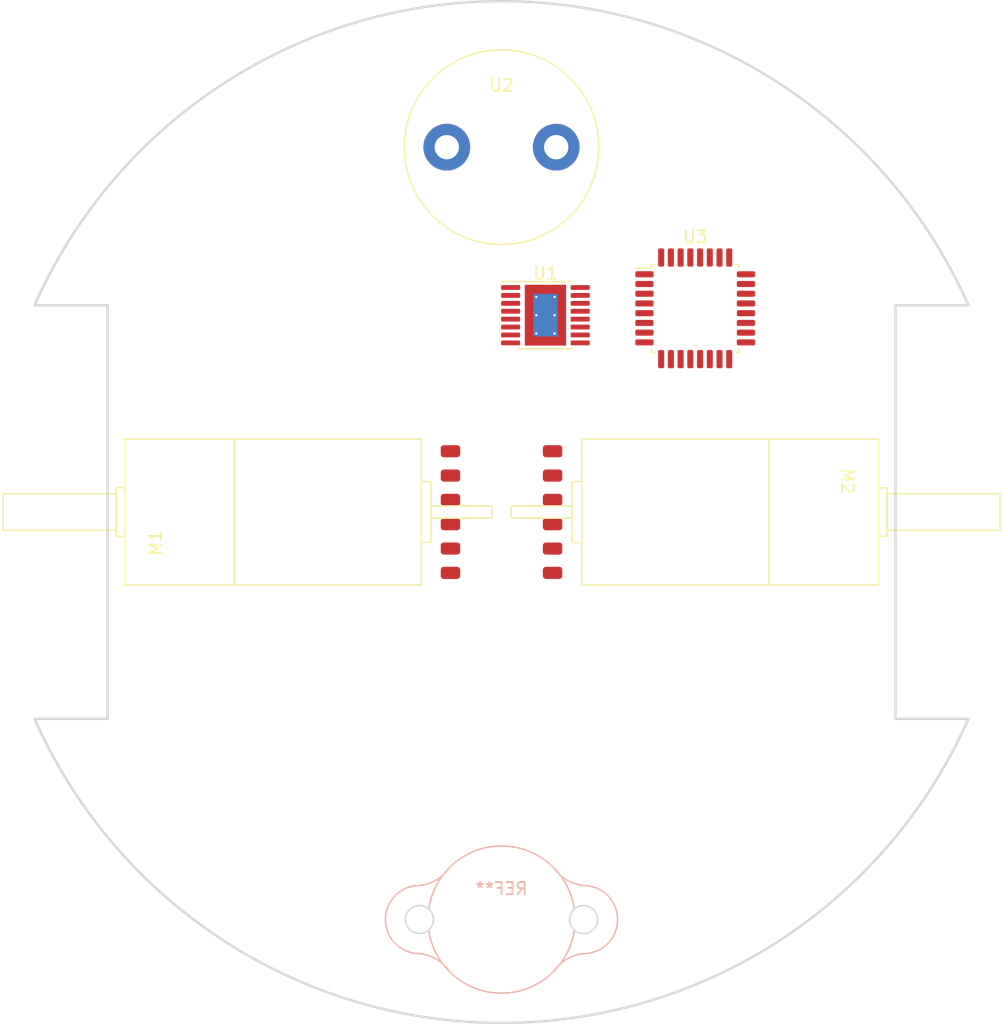
<source format=kicad_pcb>
(kicad_pcb (version 20221018) (generator pcbnew)
  (layers (0 "F.Cu" signal) (31 "B.Cu" signal) (34 "B.Paste" user) (35 "F.Paste" user) (36 "B.SilkS" user "B.Silkscreen") (37 "F.SilkS" user "F.Silkscreen") (38 "B.Mask" user) (39 "F.Mask" user) (44 "Edge.Cuts" user))
  (net 0 "")
  (net 1 "GND")
  (net 2 "M1_B")
  (net 3 "VCC")
  (net 4 "M1_A")
  (net 5 "Net-(M1-M2)")
  (net 6 "Net-(M1-M1)")
  (net 7 "M2_B")
  (net 8 "M2_A")
  (net 9 "Net-(M2-M2)")
  (net 10 "Net-(M2-M1)")
  (net 12 "Net-(U1-AISEN)")
  (net 13 "Net-(U1-BISEN)")
  (net 15 "Net-(U1-BIN1)")
  (net 16 "Net-(U1-BIN2)")
  (net 17 "Net-(U1-VCP)")
  (net 18 "Net-(U1-AIN2)")
  (net 19 "Net-(U1-AIN1)")
  (net 20 "Net-(U2-SIG)")
  (footprint "pololu:ULTRASOUND_T_R" (layer "F.Cu") (at 60.000011 30)
    (fp_text reference "U2" (at 0 -5.08 unlocked) (layer "F.SilkS"))
    (fp_text value "ULTRASOUND_T_R")
    (fp_circle (center 0 0) (end 8 0) (stroke (width 0.12)) (fill none) (layer "F.SilkS"))
    (pad "1" thru_hole circle (at 4.5 0) (size 3.84 3.84) (drill 2) (layers "*.Cu" "*.Mask") (net 1 "GND"))
    (pad "2" thru_hole circle (at -4.5 0) (size 3.84 3.84) (drill 2) (layers "*.Cu" "*.Mask") (net 20 "Net-(U2-SIG)"))
  )
  (footprint "pololu:N20_EXTENDED_SHAFT" (layer "F.Cu") (at 19 60 90)
    (fp_text reference "M1" (at -2.54 12.54 90 unlocked) (layer "F.SilkS"))
    (fp_text value "N20_MOTOR_EXTENDED_SHAFT")
    (fp_rect (start -6 10) (end 6 19) (stroke (width 0.12)) (fill none) (layer "F.SilkS"))
    (fp_rect (start -6 19) (end 6 34.4) (stroke (width 0.12)) (fill none) (layer "F.SilkS"))
    (fp_rect (start -2.5 34.4) (end 2.5 35.2) (stroke (width 0.12)) (fill none) (layer "F.SilkS"))
    (fp_rect (start -2 10) (end 2 9.3) (stroke (width 0.12)) (fill none) (layer "F.SilkS"))
    (fp_rect (start -1.5 9.3) (end 1.5 0) (stroke (width 0.12)) (fill none) (layer "F.SilkS"))
    (fp_rect (start -0.5 35.2) (end 0.5 40.2) (stroke (width 0.12)) (fill none) (layer "F.SilkS"))
    (pad "1" smd roundrect (at -5 36.8 90) (size 1 1.6) (layers "F.Cu" "F.Paste" "F.Mask") (net 1 "GND"))
    (pad "2" smd roundrect (at -3 36.8 90) (size 1 1.6) (layers "F.Cu" "F.Paste" "F.Mask") (net 2 "M1_B"))
    (pad "3" smd roundrect (at -1 36.8 90) (size 1 1.6) (layers "F.Cu" "F.Paste" "F.Mask") (net 4 "M1_A"))
    (pad "4" smd roundrect (at 1 36.8 90) (size 1 1.6) (layers "F.Cu" "F.Paste" "F.Mask") (net 3 "VCC"))
    (pad "5" smd roundrect (at 3 36.8 90) (size 1 1.6) (layers "F.Cu" "F.Paste" "F.Mask") (net 5 "Net-(M1-M2)"))
    (pad "6" smd roundrect (at 5 36.8 90) (size 1 1.6) (layers "F.Cu" "F.Paste" "F.Mask") (net 6 "Net-(M1-M1)"))
  )
  (footprint "Package_SO:HTSSOP-16-1EP_4.4x5mm_P0.65mm_EP3.4x5mm_Mask2.46x2.31mm_ThermalVias" (layer "F.Cu") (at 63.615 43.815)
    (fp_text reference "U1" (at 0 -3.45) (layer "F.SilkS"))
    (fp_text value "DRV8833PWP")
    (fp_line (start 0 -2.76) (end -3.65 -2.76) (stroke (width 0.12)) (layer "F.SilkS"))
    (fp_line (start 0 -2.76) (end 2.2 -2.76) (stroke (width 0.12)) (layer "F.SilkS"))
    (fp_line (start 0 2.76) (end -2.2 2.76) (stroke (width 0.12)) (layer "F.SilkS"))
    (fp_line (start 0 2.76) (end 2.2 2.76) (stroke (width 0.12)) (layer "F.SilkS"))
    (pad "1" smd roundrect (at -2.8625 -2.275) (size 1.575 0.4) (layers "F.Cu" "F.Paste" "F.Mask"))
    (pad "2" smd roundrect (at -2.8625 -1.625) (size 1.575 0.4) (layers "F.Cu" "F.Paste" "F.Mask") (net 6 "Net-(M1-M1)"))
    (pad "3" smd roundrect (at -2.8625 -0.975) (size 1.575 0.4) (layers "F.Cu" "F.Paste" "F.Mask") (net 12 "Net-(U1-AISEN)"))
    (pad "4" smd roundrect (at -2.8625 -0.325) (size 1.575 0.4) (layers "F.Cu" "F.Paste" "F.Mask") (net 5 "Net-(M1-M2)"))
    (pad "5" smd roundrect (at -2.8625 0.325) (size 1.575 0.4) (layers "F.Cu" "F.Paste" "F.Mask") (net 9 "Net-(M2-M2)"))
    (pad "6" smd roundrect (at -2.8625 0.975) (size 1.575 0.4) (layers "F.Cu" "F.Paste" "F.Mask") (net 13 "Net-(U1-BISEN)"))
    (pad "7" smd roundrect (at -2.8625 1.625) (size 1.575 0.4) (layers "F.Cu" "F.Paste" "F.Mask") (net 10 "Net-(M2-M1)"))
    (pad "8" smd roundrect (at -2.8625 2.275) (size 1.575 0.4) (layers "F.Cu" "F.Paste" "F.Mask"))
    (pad "9" smd roundrect (at 2.8625 2.275) (size 1.575 0.4) (layers "F.Cu" "F.Paste" "F.Mask") (net 15 "Net-(U1-BIN1)"))
    (pad "10" smd roundrect (at 2.8625 1.625) (size 1.575 0.4) (layers "F.Cu" "F.Paste" "F.Mask") (net 16 "Net-(U1-BIN2)"))
    (pad "11" smd roundrect (at 2.8625 0.975) (size 1.575 0.4) (layers "F.Cu" "F.Paste" "F.Mask") (net 17 "Net-(U1-VCP)"))
    (pad "12" smd roundrect (at 2.8625 0.325) (size 1.575 0.4) (layers "F.Cu" "F.Paste" "F.Mask") (net 3 "VCC"))
    (pad "13" smd roundrect (at 2.8625 -0.325) (size 1.575 0.4) (layers "F.Cu" "F.Paste" "F.Mask") (net 1 "GND"))
    (pad "14" smd roundrect (at 2.8625 -0.975) (size 1.575 0.4) (layers "F.Cu" "F.Paste" "F.Mask") (net 3 "VCC"))
    (pad "15" smd roundrect (at 2.8625 -1.625) (size 1.575 0.4) (layers "F.Cu" "F.Paste" "F.Mask") (net 18 "Net-(U1-AIN2)"))
    (pad "16" smd roundrect (at 2.8625 -2.275) (size 1.575 0.4) (layers "F.Cu" "F.Paste" "F.Mask") (net 19 "Net-(U1-AIN1)"))
    (pad "17" thru_hole circle (at -0.75 -1.5) (size 0.5 0.5) (drill 0.2) (layers "*.Cu") (net 1 "GND"))
    (pad "17" thru_hole circle (at -0.75 0) (size 0.5 0.5) (drill 0.2) (layers "*.Cu") (net 1 "GND"))
    (pad "17" thru_hole circle (at -0.75 1.5) (size 0.5 0.5) (drill 0.2) (layers "*.Cu") (net 1 "GND"))
    (pad "17" smd rect (at 0 0) (size 2 3.5) (layers "B.Cu") (net 1 "GND"))
    (pad "17" smd rect (at 0 0) (size 3.4 5) (layers "F.Cu") (net 1 "GND"))
    (pad "17" thru_hole circle (at 0.75 -1.5) (size 0.5 0.5) (drill 0.2) (layers "*.Cu") (net 1 "GND"))
    (pad "17" thru_hole circle (at 0.75 0) (size 0.5 0.5) (drill 0.2) (layers "*.Cu") (net 1 "GND"))
    (pad "17" thru_hole circle (at 0.75 1.5) (size 0.5 0.5) (drill 0.2) (layers "*.Cu") (net 1 "GND"))
  )
  (footprint "pololu:N20_EXTENDED_SHAFT" (layer "F.Cu") (at 101 60 -90)
    (fp_text reference "M2" (at -2.54 12.54 -90 unlocked) (layer "F.SilkS"))
    (fp_text value "N20_MOTOR_EXTENDED_SHAFT")
    (fp_rect (start -6 10) (end 6 19) (stroke (width 0.12)) (fill none) (layer "F.SilkS"))
    (fp_rect (start -6 19) (end 6 34.4) (stroke (width 0.12)) (fill none) (layer "F.SilkS"))
    (fp_rect (start -2.5 34.4) (end 2.5 35.2) (stroke (width 0.12)) (fill none) (layer "F.SilkS"))
    (fp_rect (start -2 10) (end 2 9.3) (stroke (width 0.12)) (fill none) (layer "F.SilkS"))
    (fp_rect (start -1.5 9.3) (end 1.5 0) (stroke (width 0.12)) (fill none) (layer "F.SilkS"))
    (fp_rect (start -0.5 35.2) (end 0.5 40.2) (stroke (width 0.12)) (fill none) (layer "F.SilkS"))
    (pad "1" smd roundrect (at -5 36.8 270) (size 1 1.6) (layers "F.Cu" "F.Paste" "F.Mask") (net 1 "GND"))
    (pad "2" smd roundrect (at -3 36.8 270) (size 1 1.6) (layers "F.Cu" "F.Paste" "F.Mask") (net 7 "M2_B"))
    (pad "3" smd roundrect (at -1 36.8 270) (size 1 1.6) (layers "F.Cu" "F.Paste" "F.Mask") (net 8 "M2_A"))
    (pad "4" smd roundrect (at 1 36.8 270) (size 1 1.6) (layers "F.Cu" "F.Paste" "F.Mask") (net 3 "VCC"))
    (pad "5" smd roundrect (at 3 36.8 270) (size 1 1.6) (layers "F.Cu" "F.Paste" "F.Mask") (net 9 "Net-(M2-M2)"))
    (pad "6" smd roundrect (at 5 36.8 270) (size 1 1.6) (layers "F.Cu" "F.Paste" "F.Mask") (net 10 "Net-(M2-M1)"))
  )
  (footprint "Package_QFP:LQFP-32_7x7mm_P0.8mm" (layer "F.Cu") (at 75.93 43.25)
    (fp_text reference "U3" (at 0 -5.88) (layer "F.SilkS"))
    (fp_text value "STM32G0B0KETx")
    (fp_line (start -3.61 -3.61) (end -3.61 -3.31) (stroke (width 0.12)) (layer "F.SilkS"))
    (fp_line (start -3.61 -3.31) (end -4.925 -3.31) (stroke (width 0.12)) (layer "F.SilkS"))
    (fp_line (start -3.61 3.61) (end -3.61 3.31) (stroke (width 0.12)) (layer "F.SilkS"))
    (fp_line (start -3.31 -3.61) (end -3.61 -3.61) (stroke (width 0.12)) (layer "F.SilkS"))
    (fp_line (start -3.31 3.61) (end -3.61 3.61) (stroke (width 0.12)) (layer "F.SilkS"))
    (fp_line (start 3.31 -3.61) (end 3.61 -3.61) (stroke (width 0.12)) (layer "F.SilkS"))
    (fp_line (start 3.31 3.61) (end 3.61 3.61) (stroke (width 0.12)) (layer "F.SilkS"))
    (fp_line (start 3.61 -3.61) (end 3.61 -3.31) (stroke (width 0.12)) (layer "F.SilkS"))
    (fp_line (start 3.61 3.61) (end 3.61 3.31) (stroke (width 0.12)) (layer "F.SilkS"))
    (pad "1" smd roundrect (at -4.175 -2.8) (size 1.5 0.5) (layers "F.Cu" "F.Paste" "F.Mask"))
    (pad "2" smd roundrect (at -4.175 -2) (size 1.5 0.5) (layers "F.Cu" "F.Paste" "F.Mask"))
    (pad "3" smd roundrect (at -4.175 -1.2) (size 1.5 0.5) (layers "F.Cu" "F.Paste" "F.Mask"))
    (pad "4" smd roundrect (at -4.175 -0.4) (size 1.5 0.5) (layers "F.Cu" "F.Paste" "F.Mask") (net 3 "VCC"))
    (pad "5" smd roundrect (at -4.175 0.4) (size 1.5 0.5) (layers "F.Cu" "F.Paste" "F.Mask") (net 1 "GND"))
    (pad "6" smd roundrect (at -4.175 1.2) (size 1.5 0.5) (layers "F.Cu" "F.Paste" "F.Mask"))
    (pad "7" smd roundrect (at -4.175 2) (size 1.5 0.5) (layers "F.Cu" "F.Paste" "F.Mask") (net 20 "Net-(U2-SIG)"))
    (pad "8" smd roundrect (at -4.175 2.8) (size 1.5 0.5) (layers "F.Cu" "F.Paste" "F.Mask"))
    (pad "9" smd roundrect (at -2.8 4.175) (size 0.5 1.5) (layers "F.Cu" "F.Paste" "F.Mask"))
    (pad "10" smd roundrect (at -2 4.175) (size 0.5 1.5) (layers "F.Cu" "F.Paste" "F.Mask"))
    (pad "11" smd roundrect (at -1.2 4.175) (size 0.5 1.5) (layers "F.Cu" "F.Paste" "F.Mask"))
    (pad "12" smd roundrect (at -0.4 4.175) (size 0.5 1.5) (layers "F.Cu" "F.Paste" "F.Mask"))
    (pad "13" smd roundrect (at 0.4 4.175) (size 0.5 1.5) (layers "F.Cu" "F.Paste" "F.Mask"))
    (pad "14" smd roundrect (at 1.2 4.175) (size 0.5 1.5) (layers "F.Cu" "F.Paste" "F.Mask"))
    (pad "15" smd roundrect (at 2 4.175) (size 0.5 1.5) (layers "F.Cu" "F.Paste" "F.Mask") (net 16 "Net-(U1-BIN2)"))
    (pad "16" smd roundrect (at 2.8 4.175) (size 0.5 1.5) (layers "F.Cu" "F.Paste" "F.Mask") (net 15 "Net-(U1-BIN1)"))
    (pad "17" smd roundrect (at 4.175 2.8) (size 1.5 0.5) (layers "F.Cu" "F.Paste" "F.Mask") (net 18 "Net-(U1-AIN2)"))
    (pad "18" smd roundrect (at 4.175 2) (size 1.5 0.5) (layers "F.Cu" "F.Paste" "F.Mask"))
    (pad "19" smd roundrect (at 4.175 1.2) (size 1.5 0.5) (layers "F.Cu" "F.Paste" "F.Mask"))
    (pad "20" smd roundrect (at 4.175 0.4) (size 1.5 0.5) (layers "F.Cu" "F.Paste" "F.Mask"))
    (pad "21" smd roundrect (at 4.175 -0.4) (size 1.5 0.5) (layers "F.Cu" "F.Paste" "F.Mask"))
    (pad "22" smd roundrect (at 4.175 -1.2) (size 1.5 0.5) (layers "F.Cu" "F.Paste" "F.Mask"))
    (pad "23" smd roundrect (at 4.175 -2) (size 1.5 0.5) (layers "F.Cu" "F.Paste" "F.Mask"))
    (pad "24" smd roundrect (at 4.175 -2.8) (size 1.5 0.5) (layers "F.Cu" "F.Paste" "F.Mask"))
    (pad "25" smd roundrect (at 2.8 -4.175) (size 0.5 1.5) (layers "F.Cu" "F.Paste" "F.Mask"))
    (pad "26" smd roundrect (at 2 -4.175) (size 0.5 1.5) (layers "F.Cu" "F.Paste" "F.Mask"))
    (pad "27" smd roundrect (at 1.2 -4.175) (size 0.5 1.5) (layers "F.Cu" "F.Paste" "F.Mask") (net 19 "Net-(U1-AIN1)"))
    (pad "28" smd roundrect (at 0.4 -4.175) (size 0.5 1.5) (layers "F.Cu" "F.Paste" "F.Mask") (net 4 "M1_A"))
    (pad "29" smd roundrect (at -0.4 -4.175) (size 0.5 1.5) (layers "F.Cu" "F.Paste" "F.Mask") (net 2 "M1_B"))
    (pad "30" smd roundrect (at -1.2 -4.175) (size 0.5 1.5) (layers "F.Cu" "F.Paste" "F.Mask") (net 8 "M2_A"))
    (pad "31" smd roundrect (at -2 -4.175) (size 0.5 1.5) (layers "F.Cu" "F.Paste" "F.Mask") (net 7 "M2_B"))
    (pad "32" smd roundrect (at -2.8 -4.175) (size 0.5 1.5) (layers "F.Cu" "F.Paste" "F.Mask"))
  )
  (footprint "pololu:BALL_CASTER_3_8" (layer "B.Cu") (at 60.000011 93.505 180)
    (fp_text reference "REF**" (at 0 2.54 unlocked) (layer "B.SilkS") (effects (justify mirror)))
    (fp_text value "BALL_CASTER_3_8")
    (fp_arc (start -6.75 2.8) (mid -9.550001 0) (end -6.75 -2.8) (stroke (width 0.12)) (layer "B.SilkS"))
    (fp_arc (start -6.75 2.8) (mid -5.350167 3.264983) (end -4.277997 4.277996) (stroke (width 0.12)) (layer "B.SilkS"))
    (fp_arc (start -5.988332 -0.861605) (mid 0 -6.049999) (end 5.988332 -0.861605) (stroke (width 0.12)) (layer "B.SilkS"))
    (fp_arc (start -4.277996 -4.277996) (mid -5.350166 -3.264983) (end -6.75 -2.8) (stroke (width 0.12)) (layer "B.SilkS"))
    (fp_arc (start 4.277996 4.277996) (mid 5.350166 3.264983) (end 6.75 2.8) (stroke (width 0.12)) (layer "B.SilkS"))
    (fp_arc (start 5.988332 0.861605) (mid 0 6.049999) (end -5.988332 0.861605) (stroke (width 0.12)) (layer "B.SilkS"))
    (fp_arc (start 6.75 -2.8) (mid 5.350171 -3.26499) (end 4.277997 -4.277996) (stroke (width 0.12)) (layer "B.SilkS"))
    (fp_arc (start 6.75 -2.8) (mid 9.55 0) (end 6.75 2.8) (stroke (width 0.12)) (layer "B.SilkS"))
    (fp_circle (center -6.75 0) (end -5.6 0) (stroke (width 0.12)) (fill none) (layer "Edge.Cuts"))
    (fp_circle (center 6.75 0) (end 7.9 0) (stroke (width 0.12)) (fill none) (layer "Edge.Cuts"))
  )
  (gr_line (start 21.5943 43) (end 27.5943 43) (stroke (width 0.2)) (layer "Edge.Cuts"))
  (gr_line (start 92.4057 77) (end 92.4057 43) (stroke (width 0.2)) (layer "Edge.Cuts"))
  (gr_line (start 27.5943 77) (end 21.5943 77) (stroke (width 0.2)) (layer "Edge.Cuts"))
  (gr_arc (start 98.405731 76.999995) (mid 59.999927 102) (end 21.59421 76.999861) (stroke (width 0.2)) (layer "Edge.Cuts"))
  (gr_line (start 27.5943 43) (end 27.5943 77) (stroke (width 0.2)) (layer "Edge.Cuts"))
  (gr_line (start 98.4057 77) (end 92.4057 77) (stroke (width 0.2)) (layer "Edge.Cuts"))
  (gr_arc (start 21.59421 43.000139) (mid 59.999927 18) (end 98.405731 43.000005) (stroke (width 0.2)) (layer "Edge.Cuts"))
  (gr_line (start 92.4057 43) (end 98.4057 43) (stroke (width 0.2)) (layer "Edge.Cuts"))
  (segment (start 64.16 60.96) (end 64.2 61) (width 0.25) (layer "F.Cu") (net 3))
)
</source>
